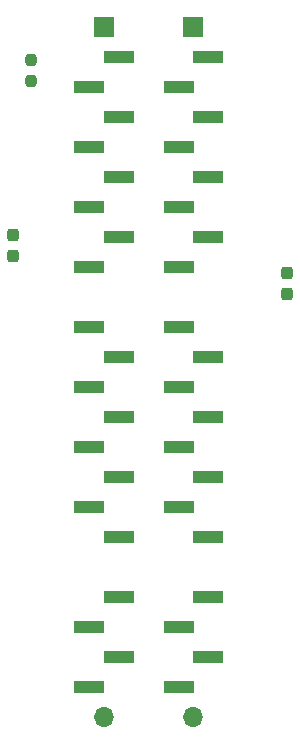
<source format=gbr>
G04 #@! TF.GenerationSoftware,KiCad,Pcbnew,9.0.6-9.0.6~ubuntu25.10.1*
G04 #@! TF.CreationDate,2025-12-22T11:42:11+09:00*
G04 #@! TF.ProjectId,bionic-s80c196kc,62696f6e-6963-42d7-9338-30633139366b,1*
G04 #@! TF.SameCoordinates,Original*
G04 #@! TF.FileFunction,Soldermask,Bot*
G04 #@! TF.FilePolarity,Negative*
%FSLAX46Y46*%
G04 Gerber Fmt 4.6, Leading zero omitted, Abs format (unit mm)*
G04 Created by KiCad (PCBNEW 9.0.6-9.0.6~ubuntu25.10.1) date 2025-12-22 11:42:11*
%MOMM*%
%LPD*%
G01*
G04 APERTURE LIST*
G04 Aperture macros list*
%AMRoundRect*
0 Rectangle with rounded corners*
0 $1 Rounding radius*
0 $2 $3 $4 $5 $6 $7 $8 $9 X,Y pos of 4 corners*
0 Add a 4 corners polygon primitive as box body*
4,1,4,$2,$3,$4,$5,$6,$7,$8,$9,$2,$3,0*
0 Add four circle primitives for the rounded corners*
1,1,$1+$1,$2,$3*
1,1,$1+$1,$4,$5*
1,1,$1+$1,$6,$7*
1,1,$1+$1,$8,$9*
0 Add four rect primitives between the rounded corners*
20,1,$1+$1,$2,$3,$4,$5,0*
20,1,$1+$1,$4,$5,$6,$7,0*
20,1,$1+$1,$6,$7,$8,$9,0*
20,1,$1+$1,$8,$9,$2,$3,0*%
G04 Aperture macros list end*
%ADD10RoundRect,0.237500X-0.237500X0.250000X-0.237500X-0.250000X0.237500X-0.250000X0.237500X0.250000X0*%
%ADD11RoundRect,0.237500X0.237500X-0.300000X0.237500X0.300000X-0.237500X0.300000X-0.237500X-0.300000X0*%
%ADD12O,1.700000X1.700000*%
%ADD13R,2.510000X1.000000*%
%ADD14R,1.700000X1.700000*%
G04 APERTURE END LIST*
D10*
X103717800Y-77850500D03*
X103717800Y-79675500D03*
D11*
X125409400Y-97634100D03*
X125409400Y-95909100D03*
X102193800Y-94433700D03*
X102193800Y-92708700D03*
D12*
X117484600Y-133500000D03*
D13*
X116240000Y-130960000D03*
X118729200Y-128420000D03*
X116240000Y-125880000D03*
X118729200Y-123340000D03*
X118729200Y-118260000D03*
X116240000Y-115720000D03*
X118729200Y-113180000D03*
X116240000Y-110640000D03*
X118729200Y-108100000D03*
X116240000Y-105560000D03*
X118729200Y-103020000D03*
X116240000Y-100480000D03*
X116240000Y-95400000D03*
X118729200Y-92860000D03*
X116240000Y-90320000D03*
X118729200Y-87780000D03*
X116240000Y-85240000D03*
X118729200Y-82700000D03*
X116240000Y-80160000D03*
X118729200Y-77620000D03*
D14*
X117484600Y-75080000D03*
X109910800Y-75080000D03*
D13*
X111155400Y-77620000D03*
X108666200Y-80160000D03*
X111155400Y-82700000D03*
X108666200Y-85240000D03*
X111155400Y-87780000D03*
X108666200Y-90320000D03*
X111155400Y-92860000D03*
X108666200Y-95400000D03*
X108666200Y-100480000D03*
X111155400Y-103020000D03*
X108666200Y-105560000D03*
X111155400Y-108100000D03*
X108666200Y-110640000D03*
X111155400Y-113180000D03*
X108666200Y-115720000D03*
X111155400Y-118260000D03*
X111155400Y-123340000D03*
X108666200Y-125880000D03*
X111155400Y-128420000D03*
X108666200Y-130960000D03*
D12*
X109910800Y-133500000D03*
M02*

</source>
